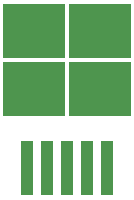
<source format=gtp>
%TF.GenerationSoftware,KiCad,Pcbnew,(5.1.10)-1*%
%TF.CreationDate,2021-12-30T01:37:01+05:30*%
%TF.ProjectId,New,4e65772e-6b69-4636-9164-5f7063625858,Final*%
%TF.SameCoordinates,Original*%
%TF.FileFunction,Paste,Top*%
%TF.FilePolarity,Positive*%
%FSLAX46Y46*%
G04 Gerber Fmt 4.6, Leading zero omitted, Abs format (unit mm)*
G04 Created by KiCad (PCBNEW (5.1.10)-1) date 2021-12-30 01:37:01*
%MOMM*%
%LPD*%
G01*
G04 APERTURE LIST*
%ADD10R,5.250000X4.550000*%
%ADD11R,1.100000X4.600000*%
G04 APERTURE END LIST*
D10*
%TO.C,U2*%
X189700000Y-73430000D03*
X184150000Y-68580000D03*
X184150000Y-73430000D03*
X189700000Y-68580000D03*
D11*
X190325000Y-80155000D03*
X188625000Y-80155000D03*
X186925000Y-80155000D03*
X185225000Y-80155000D03*
X183525000Y-80155000D03*
%TD*%
M02*

</source>
